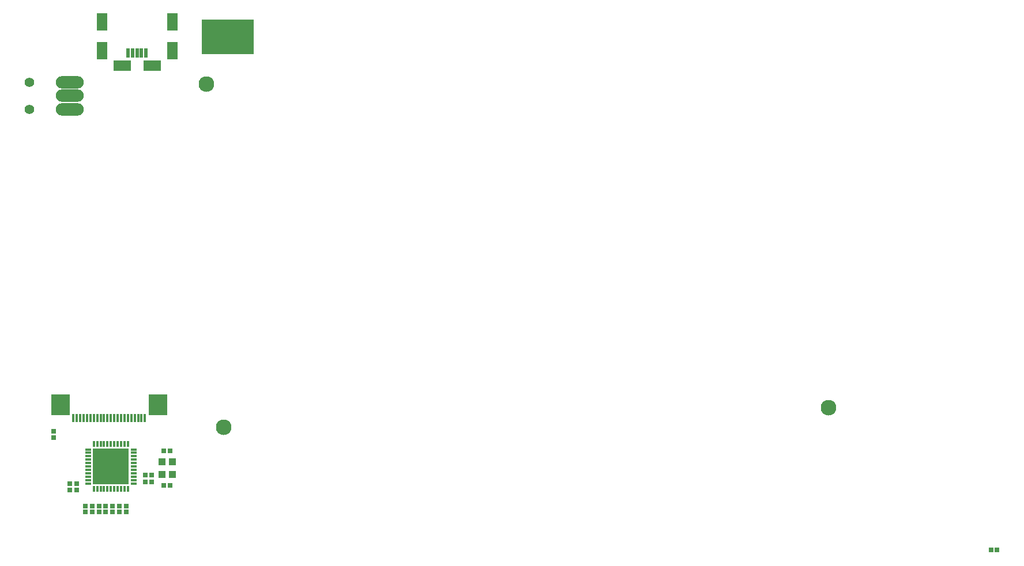
<source format=gts>
G04 #@! TF.FileFunction,Soldermask,Top*
%FSLAX46Y46*%
G04 Gerber Fmt 4.6, Leading zero omitted, Abs format (unit mm)*
G04 Created by KiCad (PCBNEW 4.0.1-3.201512221402+6198~38~ubuntu14.04.1-stable) date Mon 18 Jan 2016 08:14:31 PM CET*
%MOMM*%
G01*
G04 APERTURE LIST*
%ADD10C,0.100000*%
%ADD11R,0.350000X0.950000*%
%ADD12R,0.950000X0.350000*%
%ADD13R,5.300000X5.300000*%
%ADD14R,2.800000X3.100000*%
%ADD15R,0.400000X1.300000*%
%ADD16C,2.300000*%
%ADD17R,0.720000X0.720000*%
%ADD18R,1.000000X1.100000*%
%ADD19R,1.600000X2.600000*%
%ADD20R,2.600000X1.600000*%
%ADD21R,0.500000X1.350000*%
%ADD22C,1.400000*%
%ADD23O,4.100000X1.850000*%
%ADD24R,7.720000X5.180000*%
G04 APERTURE END LIST*
D10*
D11*
X96000000Y-129325000D03*
X96500000Y-129325000D03*
X97000000Y-129325000D03*
X97500000Y-129325000D03*
X98000000Y-129325000D03*
X98500000Y-129325000D03*
X99000000Y-129325000D03*
X99500000Y-129325000D03*
X100000000Y-129325000D03*
X100500000Y-129325000D03*
X101000000Y-129325000D03*
D12*
X101825000Y-128500000D03*
X101825000Y-128000000D03*
X101825000Y-127500000D03*
X101825000Y-127000000D03*
X101825000Y-126500000D03*
X101825000Y-126000000D03*
X101825000Y-125500000D03*
X101825000Y-125000000D03*
X101825000Y-124500000D03*
X101825000Y-124000000D03*
X101825000Y-123500000D03*
D11*
X101000000Y-122675000D03*
X100500000Y-122675000D03*
X100000000Y-122675000D03*
X99500000Y-122675000D03*
X99000000Y-122675000D03*
X98500000Y-122675000D03*
X98000000Y-122675000D03*
X97500000Y-122675000D03*
X97000000Y-122675000D03*
X96500000Y-122675000D03*
X96000000Y-122675000D03*
D12*
X95175000Y-123500000D03*
X95175000Y-124000000D03*
X95175000Y-124500000D03*
X95175000Y-125000000D03*
X95175000Y-125500000D03*
X95175000Y-126000000D03*
X95175000Y-126500000D03*
X95175000Y-127000000D03*
X95175000Y-127500000D03*
X95175000Y-128000000D03*
X95175000Y-128500000D03*
D13*
X98500000Y-126000000D03*
D14*
X91070000Y-116975000D03*
D15*
X103500000Y-118875000D03*
X103000000Y-118875000D03*
X102500000Y-118875000D03*
X102000000Y-118875000D03*
X101500000Y-118875000D03*
X101000000Y-118875000D03*
X100500000Y-118875000D03*
X100000000Y-118875000D03*
X99500000Y-118875000D03*
X99000000Y-118875000D03*
X98500000Y-118875000D03*
X98000000Y-118875000D03*
X97500000Y-118875000D03*
X97000000Y-118875000D03*
X96500000Y-118875000D03*
X96000000Y-118875000D03*
X95500000Y-118875000D03*
X95000000Y-118875000D03*
X94500000Y-118875000D03*
X94000000Y-118875000D03*
X93500000Y-118875000D03*
X93000000Y-118875000D03*
D14*
X105430000Y-116975000D03*
D16*
X203900000Y-117400000D03*
X115050000Y-120200000D03*
X112550000Y-69750000D03*
D17*
X100750000Y-131800000D03*
X100750000Y-132700000D03*
X103550000Y-127250000D03*
X104450000Y-127250000D03*
X99750000Y-131800000D03*
X99750000Y-132700000D03*
X95750000Y-131800000D03*
X95750000Y-132700000D03*
X93500000Y-128550000D03*
X93500000Y-129450000D03*
X107200000Y-128750000D03*
X106300000Y-128750000D03*
X106300000Y-123750000D03*
X107200000Y-123750000D03*
X92500000Y-128550000D03*
X92500000Y-129450000D03*
X98750000Y-131800000D03*
X98750000Y-132700000D03*
X96750000Y-132700000D03*
X96750000Y-131800000D03*
X97750000Y-131800000D03*
X97750000Y-132700000D03*
X103550000Y-128250000D03*
X104450000Y-128250000D03*
D18*
X107525000Y-127175000D03*
X107525000Y-125325000D03*
X105975000Y-125325000D03*
X105975000Y-127175000D03*
D19*
X97200000Y-60650000D03*
X97200000Y-64850000D03*
D20*
X100150000Y-67050000D03*
X104550000Y-67050000D03*
D19*
X107500000Y-64850000D03*
D21*
X103650000Y-65175000D03*
X103000000Y-65175000D03*
X102350000Y-65175000D03*
X101700000Y-65175000D03*
X101050000Y-65175000D03*
D19*
X107500000Y-60650000D03*
D22*
X86500000Y-69500000D03*
D23*
X92500000Y-71500000D03*
X92500000Y-73500000D03*
X92500000Y-69500000D03*
D22*
X86500000Y-73500000D03*
D17*
X94750000Y-131800000D03*
X94750000Y-132700000D03*
X227750000Y-138300000D03*
X228650000Y-138300000D03*
X90100000Y-121750000D03*
X90100000Y-120850000D03*
D24*
X115700000Y-62800000D03*
M02*

</source>
